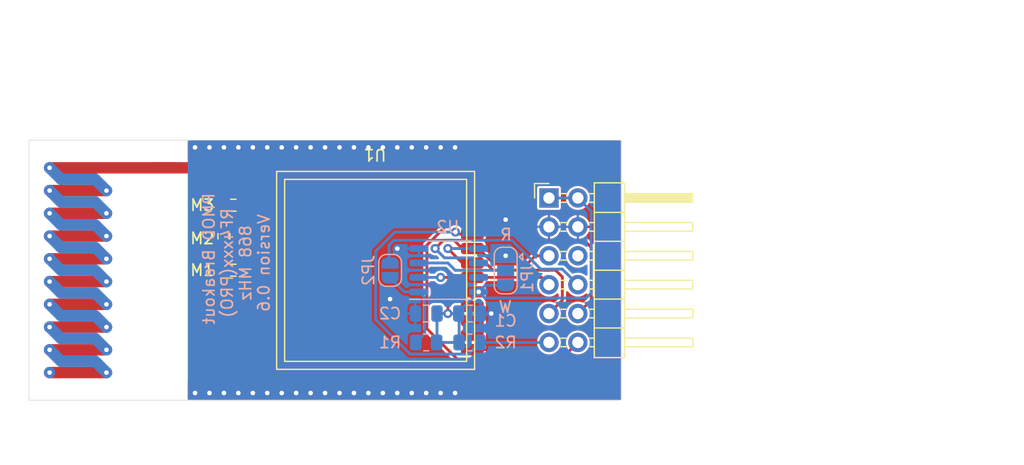
<source format=kicad_pcb>
(kicad_pcb (version 20221018) (generator pcbnew)
  (layers (0 "F.Cu" signal) (31 "B.Cu" signal) (34 "B.Paste" user) (35 "F.Paste" user) (36 "B.SilkS" user "B.Silkscreen") (37 "F.SilkS" user "F.Silkscreen") (38 "B.Mask" user) (39 "F.Mask" user) (44 "Edge.Cuts" user))
  (net 0 "")
  (net 1 "GND")
  (net 2 "nRESET")
  (net 3 "nCS")
  (net 4 "SCK")
  (net 5 "MOSI")
  (net 6 "MISO")
  (net 7 "VCC")
  (net 9 "Net-(AE1-A)")
  (net 12 "IRQ")
  (net 14 "Net-(U1-ANT)")
  (net 15 "Net-(JP1-C)")
  (net 16 "nCS2")
  (net 18 "nCS_Flash")
  (footprint "Connector_PinHeader_2.54mm:PinHeader_2x06_P2.54mm_Horizontal" (layer "F.Cu") (at 149.86 43.18)
    (fp_text reference "J1" hide)
    (fp_text value "Conn_02x06_Odd_Even")
    (fp_line (start -1.27 -1.27) (end 0 -1.27) (stroke (width 0.12)) (layer "F.SilkS"))
    (fp_line (start -1.27 0) (end -1.27 -1.27) (stroke (width 0.12)) (layer "F.SilkS"))
    (fp_line (start 1.042929 2.16) (end 1.497071 2.16) (stroke (width 0.12)) (layer "F.SilkS"))
    (fp_line (start 1.042929 2.92) (end 1.497071 2.92) (stroke (width 0.12)) (layer "F.SilkS"))
    (fp_line (start 1.042929 4.7) (end 1.497071 4.7) (stroke (width 0.12)) (layer "F.SilkS"))
    (fp_line (start 1.042929 5.46) (end 1.497071 5.46) (stroke (width 0.12)) (layer "F.SilkS"))
    (fp_line (start 1.042929 7.24) (end 1.497071 7.24) (stroke (width 0.12)) (layer "F.SilkS"))
    (fp_line (start 1.042929 8) (end 1.497071 8) (stroke (width 0.12)) (layer "F.SilkS"))
    (fp_line (start 1.042929 9.78) (end 1.497071 9.78) (stroke (width 0.12)) (layer "F.SilkS"))
    (fp_line (start 1.042929 10.54) (end 1.497071 10.54) (stroke (width 0.12)) (layer "F.SilkS"))
    (fp_line (start 1.042929 12.32) (end 1.497071 12.32) (stroke (width 0.12)) (layer "F.SilkS"))
    (fp_line (start 1.042929 13.08) (end 1.497071 13.08) (stroke (width 0.12)) (layer "F.SilkS"))
    (fp_line (start 1.11 -0.38) (end 1.497071 -0.38) (stroke (width 0.12)) (layer "F.SilkS"))
    (fp_line (start 1.11 0.38) (end 1.497071 0.38) (stroke (width 0.12)) (layer "F.SilkS"))
    (fp_line (start 3.582929 -0.38) (end 3.98 -0.38) (stroke (width 0.12)) (layer "F.SilkS"))
    (fp_line (start 3.582929 0.38) (end 3.98 0.38) (stroke (width 0.12)) (layer "F.SilkS"))
    (fp_line (start 3.582929 2.16) (end 3.98 2.16) (stroke (width 0.12)) (layer "F.SilkS"))
    (fp_line (start 3.582929 2.92) (end 3.98 2.92) (stroke (width 0.12)) (layer "F.SilkS"))
    (fp_line (start 3.582929 4.7) (end 3.98 4.7) (stroke (width 0.12)) (layer "F.SilkS"))
    (fp_line (start 3.582929 5.46) (end 3.98 5.46) (stroke (width 0.12)) (layer "F.SilkS"))
    (fp_line (start 3.582929 7.24) (end 3.98 7.24) (stroke (width 0.12)) (layer "F.SilkS"))
    (fp_line (start 3.582929 8) (end 3.98 8) (stroke (width 0.12)) (layer "F.SilkS"))
    (fp_line (start 3.582929 9.78) (end 3.98 9.78) (stroke (width 0.12)) (layer "F.SilkS"))
    (fp_line (start 3.582929 10.54) (end 3.98 10.54) (stroke (width 0.12)) (layer "F.SilkS"))
    (fp_line (start 3.582929 12.32) (end 3.98 12.32) (stroke (width 0.12)) (layer "F.SilkS"))
    (fp_line (start 3.582929 13.08) (end 3.98 13.08) (stroke (width 0.12)) (layer "F.SilkS"))
    (fp_line (start 3.98 -1.33) (end 3.98 14.03) (stroke (width 0.12)) (layer "F.SilkS"))
    (fp_line (start 3.98 1.27) (end 6.64 1.27) (stroke (width 0.12)) (layer "F.SilkS"))
    (fp_line (start 3.98 3.81) (end 6.64 3.81) (stroke (width 0.12)) (layer "F.SilkS"))
    (fp_line (start 3.98 6.35) (end 6.64 6.35) (stroke (width 0.12)) (layer "F.SilkS"))
    (fp_line (start 3.98 8.89) (end 6.64 8.89) (stroke (width 0.12)) (layer "F.SilkS"))
    (fp_line (start 3.98 11.43) (end 6.64 11.43) (stroke (width 0.12)) (layer "F.SilkS"))
    (fp_line (start 3.98 14.03) (end 6.64 14.03) (stroke (width 0.12)) (layer "F.SilkS"))
    (fp_line (start 6.64 -1.33) (end 3.98 -1.33) (stroke (width 0.12)) (layer "F.SilkS"))
    (fp_line (start 6.64 -0.38) (end 12.64 -0.38) (stroke (width 0.12)) (layer "F.SilkS"))
    (fp_line (start 6.64 -0.32) (end 12.64 -0.32) (stroke (width 0.12)) (layer "F.SilkS"))
    (fp_line (start 6.64 -0.2) (end 12.64 -0.2) (stroke (width 0.12)) (layer "F.SilkS"))
    (fp_line (start 6.64 -0.08) (end 12.64 -0.08) (stroke (width 0.12)) (layer "F.SilkS"))
    (fp_line (start 6.64 0.04) (end 12.64 0.04) (stroke (width 0.12)) (layer "F.SilkS"))
    (fp_line (start 6.64 0.16) (end 12.64 0.16) (stroke (width 0.12)) (layer "F.SilkS"))
    (fp_line (start 6.64 0.28) (end 12.64 0.28) (stroke (width 0.12)) (layer "F.SilkS"))
    (fp_line (start 6.64 2.16) (end 12.64 2.16) (stroke (width 0.12)) (layer "F.SilkS"))
    (fp_line (start 6.64 4.7) (end 12.64 4.7) (stroke (width 0.12)) (layer "F.SilkS"))
    (fp_line (start 6.64 7.24) (end 12.64 7.24) (stroke (width 0.12)) (layer "F.SilkS"))
    (fp_line (start 6.64 9.78) (end 12.64 9.78) (stroke (width 0.12)) (layer "F.SilkS"))
    (fp_line (start 6.64 12.32) (end 12.64 12.32) (stroke (width 0.12)) (layer "F.SilkS"))
    (fp_line (start 6.64 14.03) (end 6.64 -1.33) (stroke (width 0.12)) (layer "F.SilkS"))
    (fp_line (start 12.64 -0.38) (end 12.64 0.38) (stroke (width 0.12)) (layer "F.SilkS"))
    (fp_line (start 12.64 0.38) (end 6.64 0.38) (stroke (width 0.12)) (layer "F.SilkS"))
    (fp_line (start 12.64 2.16) (end 12.64 2.92) (stroke (width 0.12)) (layer "F.SilkS"))
    (fp_line (start 12.64 2.92) (end 6.64 2.92) (stroke (width 0.12)) (layer "F.SilkS"))
    (fp_line (start 12.64 4.7) (end 12.64 5.46) (stroke (width 0.12)) (layer "F.SilkS"))
    (fp_line (start 12.64 5.46) (end 6.64 5.46) (stroke (width 0.12)) (layer "F.SilkS"))
    (fp_line (start 12.64 7.24) (end 12.64 8) (stroke (width 0.12)) (layer "F.SilkS"))
    (fp_line (start 12.64 8) (end 6.64 8) (stroke (width 0.12)) (layer "F.SilkS"))
    (fp_line (start 12.64 9.78) (end 12.64 10.54) (stroke (width 0.12)) (layer "F.SilkS"))
    (fp_line (start 12.64 10.54) (end 6.64 10.54) (stroke (width 0.12)) (layer "F.SilkS"))
    (fp_line (start 12.64 12.32) (end 12.64 13.08) (stroke (width 0.12)) (layer "F.SilkS"))
    (fp_line (start 12.64 13.08) (end 6.64 13.08) (stroke (width 0.12)) (layer "F.SilkS"))
    (pad "1" thru_hole rect (at 0 0) (size 1.7 1.7) (drill 1) (layers "*.Cu" "*.Mask") (net 7 "VCC"))
    (pad "2" thru_hole oval (at 2.54 0) (size 1.7 1.7) (drill 1) (layers "*.Cu" "*.Mask") (net 7 "VCC"))
    (pad "3" thru_hole oval (at 0 2.54) (size 1.7 1.7) (drill 1) (layers "*.Cu" "*.Mask") (net 1 "GND"))
    (pad "4" thru_hole oval (at 2.54 2.54) (size 1.7 1.7) (drill 1) (layers "*.Cu" "*.Mask") (net 1 "GND"))
    (pad "5" thru_hole oval (at 0 5.08) (size 1.7 1.7) (drill 1) (layers "*.Cu" "*.Mask") (net 4 "SCK"))
    (pad "6" thru_hole oval (at 2.54 5.08) (size 1.7 1.7) (drill 1) (layers "*.Cu" "*.Mask"))
    (pad "7" thru_hole oval (at 0 7.62) (size 1.7 1.7) (drill 1) (layers "*.Cu" "*.Mask") (net 6 "MISO"))
    (pad "8" thru_hole oval (at 2.54 7.62) (size 1.7 1.7) (drill 1) (layers "*.Cu" "*.Mask") (net 16 "nCS2"))
    (pad "9" thru_hole oval (at 0 10.16) (size 1.7 1.7) (drill 1) (layers "*.Cu" "*.Mask") (net 5 "MOSI"))
    (pad "10" thru_hole oval (at 2.54 10.16) (size 1.7 1.7) (drill 1) (layers "*.Cu" "*.Mask") (net 2 "nRESET"))
    (pad "11" thru_hole oval (at 0 12.7) (size 1.7 1.7) (drill 1) (layers "*.Cu" "*.Mask") (net 3 "nCS"))
    (pad "12" thru_hole oval (at 2.54 12.7) (size 1.7 1.7) (drill 1) (layers "*.Cu" "*.Mask") (net 12 "IRQ"))
  )
  (footprint "AvS_Modules:RF4xxx" (layer "F.Cu") (at 134.62 49.545 180)
    (fp_text reference "U1" (at 0.0635 10.16 180 unlocked) (layer "F.SilkS"))
    (fp_text value "AS4432-SMD")
    (fp_rect (start -8.7 -8.7) (end 8.7 8.7) (stroke (width 0.12)) (fill none) (layer "F.SilkS"))
    (fp_rect (start -8 -8) (end 8 8) (stroke (width 0.12)) (fill none) (layer "F.SilkS"))
    (pad "1" smd roundrect (at -8.5 -6.97 180) (size 2 1) (layers "F.Cu" "F.Paste" "F.Mask") (net 1 "GND"))
    (pad "2" smd roundrect (at -8.5 -5.7 180) (size 2 1) (layers "F.Cu" "F.Paste" "F.Mask"))
    (pad "3" smd roundrect (at -8.5 -4.43 180) (size 2 1) (layers "F.Cu" "F.Paste" "F.Mask"))
    (pad "4" smd roundrect (at -8.5 -3.16 180) (size 2 1) (layers "F.Cu" "F.Paste" "F.Mask"))
    (pad "5" smd roundrect (at -8.5 -1.89 180) (size 2 1) (layers "F.Cu" "F.Paste" "F.Mask") (net 7 "VCC"))
    (pad "6" smd roundrect (at -8.5 -0.62 180) (size 2 1) (layers "F.Cu" "F.Paste" "F.Mask") (net 6 "MISO"))
    (pad "7" smd roundrect (at -8.5 0.65 180) (size 2 1) (layers "F.Cu" "F.Paste" "F.Mask") (net 5 "MOSI"))
    (pad "8" smd roundrect (at -8.5 1.92 180) (size 2 1) (layers "F.Cu" "F.Paste" "F.Mask") (net 4 "SCK"))
    (pad "9" smd roundrect (at -8.5 3.19 180) (size 2 1) (layers "F.Cu" "F.Paste" "F.Mask") (net 3 "nCS"))
    (pad "10" smd roundrect (at -8.5 4.46 180) (size 2 1) (layers "F.Cu" "F.Paste" "F.Mask") (net 12 "IRQ"))
    (pad "11" smd roundrect (at -8.5 5.73 180) (size 2 1) (layers "F.Cu" "F.Paste" "F.Mask") (net 2 "nRESET"))
    (pad "12" smd roundrect (at -8.5 7 180) (size 2 1) (layers "F.Cu" "F.Paste" "F.Mask") (net 1 "GND"))
    (pad "13" smd roundrect (at 8.5 -5.89 180) (size 2 1) (layers "F.Cu" "F.Paste" "F.Mask") (net 1 "GND"))
    (pad "14" smd roundrect (at 8.5 -7.39 180) (size 2 1) (layers "F.Cu" "F.Paste" "F.Mask") (net 14 "Net-(U1-ANT)"))
  )
  (footprint "Resistor_SMD:R_0603_1608Metric" (layer "F.Cu") (at 122.11 49.53)
    (fp_text reference "M1" (at -2.73 0) (layer "F.SilkS"))
    (fp_text value "DNP")
    (fp_line (start -0.237258 -0.5225) (end 0.237258 -0.5225) (stroke (width 0.12)) (layer "F.SilkS"))
    (fp_line (start -0.237258 0.5225) (end 0.237258 0.5225) (stroke (width 0.12)) (layer "F.SilkS"))
    (pad "1" smd roundrect (at -0.825 0) (size 0.8 0.95) (layers "F.Cu" "F.Paste" "F.Mask") (net 14 "Net-(U1-ANT)"))
    (pad "2" smd roundrect (at 0.825 0) (size 0.8 0.95) (layers "F.Cu" "F.Paste" "F.Mask") (net 1 "GND"))
  )
  (footprint "Resistor_SMD:R_0603_1608Metric" (layer "F.Cu") (at 122.11 43.815)
    (fp_text reference "M3" (at -2.73 0) (layer "F.SilkS"))
    (fp_text value "12 nH")
    (fp_line (start -0.237258 -0.5225) (end 0.237258 -0.5225) (stroke (width 0.12)) (layer "F.SilkS"))
    (fp_line (start -0.237258 0.5225) (end 0.237258 0.5225) (stroke (width 0.12)) (layer "F.SilkS"))
    (pad "1" smd roundrect (at -0.825 0) (size 0.8 0.95) (layers "F.Cu" "F.Paste" "F.Mask") (net 9 "Net-(AE1-A)"))
    (pad "2" smd roundrect (at 0.825 0) (size 0.8 0.95) (layers "F.Cu" "F.Paste" "F.Mask") (net 1 "GND"))
  )
  (footprint "AvS_Antenna:Texas_SWRA416_868MHz_915MHz_Right" (layer "F.Cu") (at 111.76 49.53 90)
    (fp_text reference "AE1" hide)
    (fp_text value "Antenna")
    (fp_line (start -9 -5.8) (end -9 -0.8) (stroke (width 1)) (layer "F.Cu"))
    (fp_line (start -7 -5.8) (end -7 -0.8) (stroke (width 1)) (layer "F.Cu"))
    (fp_line (start -5 -5.8) (end -5 -0.8) (stroke (width 1)) (layer "F.Cu"))
    (fp_line (start -3 -5.8) (end -3 -0.8) (stroke (width 1)) (layer "F.Cu"))
    (fp_line (start -1 -5.8) (end -1 -0.8) (stroke (width 1)) (layer "F.Cu"))
    (fp_line (start 1 -5.8) (end 1 -0.8) (stroke (width 1)) (layer "F.Cu"))
    (fp_line (start 3 -5.8) (end 3 -0.8) (stroke (width 1)) (layer "F.Cu"))
    (fp_line (start 5 -5.8) (end 5 -0.8) (stroke (width 1)) (layer "F.Cu"))
    (fp_line (start 7 -5.8) (end 7 -0.8) (stroke (width 1)) (layer "F.Cu"))
    (fp_line (start 9 5.2) (end 9 -5.8) (stroke (width 1)) (layer "F.Cu"))
    (fp_line (start -8 -4.8) (end -8 -1.8) (stroke (width 1)) (layer "B.Cu"))
    (fp_line (start -8 -1.8) (end -9 -0.8) (stroke (width 1)) (layer "B.Cu"))
    (fp_line (start -7 -5.8) (end -8 -4.8) (stroke (width 1)) (layer "B.Cu"))
    (fp_line (start -6 -4.8) (end -6 -1.8) (stroke (width 1)) (layer "B.Cu"))
    (fp_line (start -6 -1.8) (end -7 -0.8) (stroke (width 1)) (layer "B.Cu"))
    (fp_line (start -5 -5.8) (end -6 -4.8) (stroke (width 1)) (layer "B.Cu"))
    (fp_line (start -4 -4.8) (end -4 -1.8) (stroke (width 1)) (layer "B.Cu"))
    (fp_line (start -4 -1.8) (end -5 -0.8) (stroke (width 1)) (layer "B.Cu"))
    (fp_line (start -3 -5.8) (end -4 -4.8) (stroke (width 1)) (layer "B.Cu"))
    (fp_line (start -2 -4.8) (end -2 -1.8) (stroke (width 1)) (layer "B.Cu"))
    (fp_line (start -2 -1.8) (end -3 -0.8) (stroke (width 1)) (layer "B.Cu"))
    (fp_line (start -1 -5.8) (end -2 -4.8) (stroke (width 1)) (layer "B.Cu"))
    (fp_line (start 0 -4.8) (end 0 -1.8) (stroke (width 1)) (layer "B.Cu"))
    (fp_line (start 0 -1.8) (end -1 -0.8) (stroke (width 1)) (layer "B.Cu"))
    (fp_line (start 1 -5.8) (end 0 -4.8) (stroke (width 1)) (layer "B.Cu"))
    (fp_line (start 2 -4.8) (end 2 -1.8) (stroke (width 1)) (layer "B.Cu"))
    (fp_line (start 2 -1.8) (end 1 -0.8) (stroke (width 1)) (layer "B.Cu"))
    (fp_line (start 3 -5.8) (end 2 -4.8) (stroke (width 1)) (layer "B.Cu"))
    (fp_line (start 4 -4.8) (end 4 -1.8) (stroke (width 1)) (layer "B.Cu"))
    (fp_line (start 4 -1.8) (end 3 -0.8) (stroke (width 1)) (layer "B.Cu"))
    (fp_line (start 5 -5.8) (end 4 -4.8) (stroke (width 1)) (layer "B.Cu"))
    (fp_line (start 6 -4.8) (end 6 -1.8) (stroke (width 1)) (layer "B.Cu"))
    (fp_line (start 6 -1.8) (end 5 -0.8) (stroke (width 1)) (layer "B.Cu"))
    (fp_line (start 7 -5.8) (end 6 -4.8) (stroke (width 1)) (layer "B.Cu"))
    (fp_line (start 8 -4.8) (end 8 -1.8) (stroke (width 1)) (layer "B.Cu"))
    (fp_line (start 8 -1.8) (end 7 -0.8) (stroke (width 1)) (layer "B.Cu"))
    (fp_line (start 9 -5.8) (end 8 -4.8) (stroke (width 1)) (layer "B.Cu"))
    (pad "" thru_hole circle (at -9 -5.8 270) (size 1 1) (drill 0.4) (layers "*.Cu"))
    (pad "" thru_hole circle (at -9 -0.8 270) (size 1 1) (drill 0.4) (layers "*.Cu"))
    (pad "" thru_hole circle (at -7 -5.8 270) (size 1 1) (drill 0.4) (layers "*.Cu"))
    (pad "" thru_hole circle (at -7 -0.8 270) (size 1 1) (drill 0.4) (layers "*.Cu"))
    (pad "" thru_hole circle (at -5 -5.8 270) (size 1 1) (drill 0.4) (layers "*.Cu"))
    (pad "" thru_hole circle (at -5 -0.8 270) (size 1 1) (drill 0.4) (layers "*.Cu"))
    (pad "" thru_hole circle (at -3 -5.8 270) (size 1 1) (drill 0.4) (layers "*.Cu"))
    (pad "" thru_hole circle (at -3 -0.8 270) (size 1 1) (drill 0.4) (layers "*.Cu"))
    (pad "" thru_hole circle (at -1 -5.8 270) (size 1 1) (drill 0.4) (layers "*.Cu"))
    (pad "" thru_hole circle (at -1 -0.8 270) (size 1 1) (drill 0.4) (layers "*.Cu"))
    (pad "" thru_hole circle (at 1 -5.8 270) (size 1 1) (drill 0.4) (layers "*.Cu"))
    (pad "" thru_hole circle (at 1 -0.8 270) (size 1 1) (drill 0.4) (layers "*.Cu"))
    (pad "" thru_hole circle (at 3 -5.8 270) (size 1 1) (drill 0.4) (layers "*.Cu"))
    (pad "" thru_hole circle (at 3 -0.8 270) (size 1 1) (drill 0.4) (layers "*.Cu"))
    (pad "" thru_hole circle (at 5 -5.8 270) (size 1 1) (drill 0.4) (layers "*.Cu"))
    (pad "" thru_hole circle (at 5 -0.8 270) (size 1 1) (drill 0.4) (layers "*.Cu"))
    (pad "" thru_hole circle (at 7 -5.8 270) (size 1 1) (drill 0.4) (layers "*.Cu"))
    (pad "" thru_hole circle (at 7 -0.8 270) (size 1 1) (drill 0.4) (layers "*.Cu"))
    (pad "" thru_hole circle (at 9 -5.8 270) (size 1 1) (drill 0.4) (layers "*.Cu"))
    (pad "1" smd trapezoid (at 9 5.9 270) (size 0.4 0.8) (rect_delta 0 0.3) (layers "F.Cu") (net 9 "Net-(AE1-A)"))
    (zone (net 0) (net_name "") (layer "F.Cu") (connect_pads (clearance 0)) (min_thickness 0.254)
      (keepout (tracks allowed) (vias allowed) (pads allowed) (copperpour not_allowed) (footprints not_allowed))
      (fill (thermal_gap 0.508) (thermal_bridge_width 0.508))
      (polygon (pts (xy 106.06 59.23) (xy 106.06 39.83) (xy 118.26 39.83) (xy 118.26 59.23)))
    )
  )
  (footprint "Resistor_SMD:R_0603_1608Metric" (layer "F.Cu") (at 121.285 46.545 90)
    (fp_text reference "M2" (at -0.19 -1.905 180) (layer "F.SilkS"))
    (fp_text value "1 pF")
    (fp_line (start -0.237258 -0.5225) (end 0.237258 -0.5225) (stroke (width 0.12)) (layer "F.SilkS"))
    (fp_line (start -0.237258 0.5225) (end 0.237258 0.5225) (stroke (width 0.12)) (layer "F.SilkS"))
    (pad "1" smd roundrect (at -0.825 0 90) (size 0.8 0.95) (layers "F.Cu" "F.Paste" "F.Mask") (net 14 "Net-(U1-ANT)"))
    (pad "2" smd roundrect (at 0.825 0 90) (size 0.8 0.95) (layers "F.Cu" "F.Paste" "F.Mask") (net 9 "Net-(AE1-A)"))
  )
  (footprint "Capacitor_SMD:C_0805_2012Metric" (layer "B.Cu") (at 142.875 53.34)
    (fp_text reference "C1" (at 3.175 0.635 180) (layer "B.SilkS") (effects (justify mirror)))
    (fp_text value "C_Small")
    (fp_line (start -0.261252 -0.735) (end 0.261252 -0.735) (stroke (width 0.12)) (layer "B.SilkS"))
    (fp_line (start -0.261252 0.735) (end 0.261252 0.735) (stroke (width 0.12)) (layer "B.SilkS"))
    (pad "1" smd roundrect (at -0.95 0) (size 1 1.45) (layers "B.Cu" "B.Paste" "B.Mask") (net 7 "VCC"))
    (pad "2" smd roundrect (at 0.95 0) (size 1 1.45) (layers "B.Cu" "B.Paste" "B.Mask") (net 1 "GND"))
  )
  (footprint "Resistor_SMD:R_0805_2012Metric" (layer "B.Cu") (at 142.875 55.88)
    (fp_text reference "R2" (at 3.175 0) (layer "B.SilkS") (effects (justify mirror)))
    (fp_text value "R_Small")
    (fp_line (start -0.227064 -0.735) (end 0.227064 -0.735) (stroke (width 0.12)) (layer "B.SilkS"))
    (fp_line (start -0.227064 0.735) (end 0.227064 0.735) (stroke (width 0.12)) (layer "B.SilkS"))
    (pad "1" smd roundrect (at -0.9125 0) (size 1.025 1.4) (layers "B.Cu" "B.Paste" "B.Mask") (roundrect_rratio 0.243902439) (net 7 "VCC"))
    (pad "2" smd roundrect (at 0.9125 0) (size 1.025 1.4) (layers "B.Cu" "B.Paste" "B.Mask") (roundrect_rratio 0.243902439) (net 3 "nCS"))
  )
  (footprint "Jumper:SolderJumper-3_P1.3mm_Open_RoundedPad1.0x1.5mm" (layer "B.Cu") (at 146.05 49.56 -90)
    (fp_text reference "JP1" (at 0.605 -1.905 90) (layer "B.SilkS") (effects (justify mirror)))
    (fp_text value "SolderJumper_3_Open")
    (fp_line (start -2.05 -0.3) (end -2.05 0.3) (stroke (width 0.12)) (layer "B.SilkS"))
    (fp_line (start -1.5 -1.5) (end -0.9 -1.5) (stroke (width 0.12)) (layer "B.SilkS"))
    (fp_line (start -1.4 1) (end 1.4 1) (stroke (width 0.12)) (layer "B.SilkS"))
    (fp_line (start -1.2 -1.2) (end -1.5 -1.5) (stroke (width 0.12)) (layer "B.SilkS"))
    (fp_line (start -1.2 -1.2) (end -0.9 -1.5) (stroke (width 0.12)) (layer "B.SilkS"))
    (fp_line (start 1.4 -1) (end -1.4 -1) (stroke (width 0.12)) (layer "B.SilkS"))
    (fp_line (start 2.05 0.3) (end 2.05 -0.3) (stroke (width 0.12)) (layer "B.SilkS"))
    (fp_arc (start -2.05 -0.3) (mid -1.844975 -0.794975) (end -1.35 -1) (stroke (width 0.12)) (layer "B.SilkS"))
    (fp_arc (start -1.35 1) (mid -1.844975 0.794975) (end -2.05 0.3) (stroke (width 0.12)) (layer "B.SilkS"))
    (fp_arc (start 1.35 -1) (mid 1.844975 -0.794975) (end 2.05 -0.3) (stroke (width 0.12)) (layer "B.SilkS"))
    (fp_arc (start 2.05 0.3) (mid 1.844975 0.794975) (end 1.35 1) (stroke (width 0.12)) (layer "B.SilkS"))
    (pad "1" smd custom (at -1.3 0 270) (size 1 0.5) (layers "B.Cu" "B.Mask") (net 1 "GND") (options (clearance outline) (anchor rect)) (primitives (gr_circle (center 0 -0.25) (end 0.5 -0.25) (width 0) (fill yes)) (gr_circle (center 0 0.25) (end 0.5 0.25) (width 0) (fill yes)) (gr_poly (pts (xy 0.55 -0.75) (xy 0 -0.75) (xy 0 0.75) (xy 0.55 0.75)) (width 0) (fill yes))))
    (pad "2" smd rect (at 0 0 270) (size 1 1.5) (layers "B.Cu" "B.Mask") (net 15 "Net-(JP1-C)"))
    (pad "3" smd custom (at 1.3 0 270) (size 1 0.5) (layers "B.Cu" "B.Mask") (net 7 "VCC") (options (clearance outline) (anchor rect)) (primitives (gr_circle (center 0 -0.25) (end 0.5 -0.25) (width 0) (fill yes)) (gr_circle (center 0 0.25) (end 0.5 0.25) (width 0) (fill yes)) (gr_poly (pts (xy 0 -0.75) (xy -0.55 -0.75) (xy -0.55 0.75) (xy 0 0.75)) (width 0) (fill yes))))
  )
  (footprint "Capacitor_SMD:C_0805_2012Metric" (layer "B.Cu") (at 139.065 53.34 180)
    (fp_text reference "C2" (at 3.175 0) (layer "B.SilkS") (effects (justify mirror)))
    (fp_text value "C_Small")
    (fp_line (start -0.261252 -0.735) (end 0.261252 -0.735) (stroke (width 0.12)) (layer "B.SilkS"))
    (fp_line (start -0.261252 0.735) (end 0.261252 0.735) (stroke (width 0.12)) (layer "B.SilkS"))
    (pad "1" smd roundrect (at -0.95 0 180) (size 1 1.45) (layers "B.Cu" "B.Paste" "B.Mask") (net 7 "VCC"))
    (pad "2" smd roundrect (at 0.95 0 180) (size 1 1.45) (layers "B.Cu" "B.Paste" "B.Mask") (net 1 "GND"))
  )
  (footprint "Jumper:SolderJumper-2_P1.3mm_Open_RoundedPad1.0x1.5mm" (layer "B.Cu") (at 135.89 49.545 90)
    (fp_text reference "JP2" (at 0 -1.905 90) (layer "B.SilkS") (effects (justify mirror)))
    (fp_text value "Jumper_2_Open")
    (fp_line (start -1.4 -0.3) (end -1.4 0.3) (stroke (width 0.12)) (layer "B.SilkS"))
    (fp_line (start -0.7 1) (end 0.7 1) (stroke (width 0.12)) (layer "B.SilkS"))
    (fp_line (start 0.7 -1) (end -0.7 -1) (stroke (width 0.12)) (layer "B.SilkS"))
    (fp_line (start 1.4 0.3) (end 1.4 -0.3) (stroke (width 0.12)) (layer "B.SilkS"))
    (fp_arc (start -1.4 -0.3) (mid -1.194975 -0.794975) (end -0.7 -1) (stroke (width 0.12)) (layer "B.SilkS"))
    (fp_arc (start -0.7 1) (mid -1.194975 0.794975) (end -1.4 0.3) (stroke (width 0.12)) (layer "B.SilkS"))
    (fp_arc (start 0.7 -1) (mid 1.194975 -0.794975) (end 1.4 -0.3) (stroke (width 0.12)) (layer "B.SilkS"))
    (fp_arc (start 1.4 0.3) (mid 1.194975 0.794975) (end 0.7 1) (stroke (width 0.12)) (layer "B.SilkS"))
    (pad "1" smd custom (at -0.65 0 90) (size 1 0.5) (layers "B.Cu" "B.Mask") (net 18 "nCS_Flash") (options (clearance outline) (anchor rect)) (primitives (gr_circle (center 0 -0.25) (end 0.5 -0.25) (width 0) (fill yes)) (gr_circle (center 0 0.25) (end 0.5 0.25) (width 0) (fill yes)) (gr_poly (pts (xy 0.5 -0.75) (xy 0 -0.75) (xy 0 0.75) (xy 0.5 0.75)) (width 0) (fill yes))))
    (pad "2" smd custom (at 0.65 0 90) (size 1 0.5) (layers "B.Cu" "B.Mask") (net 16 "nCS2") (options (clearance outline) (anchor rect)) (primitives (gr_circle (center 0 -0.25) (end 0.5 -0.25) (width 0) (fill yes)) (gr_circle (center 0 0.25) (end 0.5 0.25) (width 0) (fill yes)) (gr_poly (pts (xy 0 -0.75) (xy -0.5 -0.75) (xy -0.5 0.75) (xy 0 0.75)) (width 0) (fill yes))))
  )
  (footprint "Package_SO:SOP-8_3.9x4.9mm_P1.27mm" (layer "B.Cu") (at 141.055 49.53)
    (fp_text reference "U2" (at -0.085 -3.81) (layer "B.SilkS") (effects (justify mirror)))
    (fp_text value "SPI FLASH")
    (fp_line (start 0 -2.56) (end -1.95 -2.56) (stroke (width 0.12)) (layer "B.SilkS"))
    (fp_line (start 0 -2.56) (end 1.95 -2.56) (stroke (width 0.12)) (layer "B.SilkS"))
    (fp_line (start 0 2.56) (end -3.45 2.56) (stroke (width 0.12)) (layer "B.SilkS"))
    (fp_line (start 0 2.56) (end 1.95 2.56) (stroke (width 0.12)) (layer "B.SilkS"))
    (pad "1" smd roundrect (at -2.625 1.905) (size 1.65 0.6) (layers "B.Cu" "B.Paste" "B.Mask") (net 18 "nCS_Flash"))
    (pad "2" smd roundrect (at -2.625 0.635) (size 1.65 0.6) (layers "B.Cu" "B.Paste" "B.Mask") (net 6 "MISO"))
    (pad "3" smd roundrect (at -2.625 -0.635) (size 1.65 0.6) (layers "B.Cu" "B.Paste" "B.Mask") (net 15 "Net-(JP1-C)"))
    (pad "4" smd roundrect (at -2.625 -1.905) (size 1.65 0.6) (layers "B.Cu" "B.Paste" "B.Mask") (net 1 "GND"))
    (pad "5" smd roundrect (at 2.625 -1.905) (size 1.65 0.6) (layers "B.Cu" "B.Paste" "B.Mask") (net 5 "MOSI"))
    (pad "6" smd roundrect (at 2.625 -0.635) (size 1.65 0.6) (layers "B.Cu" "B.Paste" "B.Mask") (net 4 "SCK"))
    (pad "7" smd roundrect (at 2.625 0.635) (size 1.65 0.6) (layers "B.Cu" "B.Paste" "B.Mask"))
    (pad "8" smd roundrect (at 2.625 1.905) (size 1.65 0.6) (layers "B.Cu" "B.Paste" "B.Mask") (net 7 "VCC"))
  )
  (footprint "Resistor_SMD:R_0805_2012Metric" (layer "B.Cu") (at 139.065 55.88 180)
    (fp_text reference "R1" (at 3.175 0) (layer "B.SilkS") (effects (justify mirror)))
    (fp_text value "R_Small")
    (fp_line (start -0.227064 -0.735) (end 0.227064 -0.735) (stroke (width 0.12)) (layer "B.SilkS"))
    (fp_line (start -0.227064 0.735) (end 0.227064 0.735) (stroke (width 0.12)) (layer "B.SilkS"))
    (pad "1" smd roundrect (at -0.9125 0 180) (size 1.025 1.4) (layers "B.Cu" "B.Paste" "B.Mask") (roundrect_rratio 0.243902439) (net 7 "VCC"))
    (pad "2" smd roundrect (at 0.9125 0 180) (size 1.025 1.4) (layers "B.Cu" "B.Paste" "B.Mask") (roundrect_rratio 0.243902439) (net 18 "nCS_Flash"))
  )
  (gr_rect (start 104.14 38.1) (end 156.21 60.96) (stroke (width 0.05)) (fill none) (layer "Edge.Cuts"))
  (gr_text "R" (at 146.685 46.99) (layer "B.SilkS") (effects (font (size 1 1)) (justify left bottom mirror)))
  (gr_text "PMOD Breakout \nRF4xxx(PRO)\n868 MHz\nVersion 0.6" (at 119.38 48.895 90) (layer "B.SilkS") (effects (font (size 1 1)) (justify top mirror)))
  (gr_text "W" (at 146.685 53.34) (layer "B.SilkS") (effects (font (size 1 1)) (justify left bottom mirror)))
  (segment (start 144.145 56.515) (end 144.78 56.515) (width 0.25) (layer "F.Cu") (net 1))
  (segment (start 144.78 56.515) (end 144.78 53.34) (width 0.25) (layer "F.Cu") (net 1))
  (segment (start 143.12 56.515) (end 144.145 56.515) (width 0.25) (layer "F.Cu") (net 1))
  (via (at 125.095 60.325) (size 0.8) (drill 0.4) (layers "F.Cu" "B.Cu") (net 1))
  (via (at 146.05 48.26) (size 0.8) (drill 0.4) (layers "F.Cu" "B.Cu") (net 1))
  (via (at 141.605 38.735) (size 0.8) (drill 0.4) (layers "F.Cu" "B.Cu") (net 1))
  (via (at 120.015 38.735) (size 0.8) (drill 0.4) (layers "F.Cu" "B.Cu") (net 1))
  (via (at 128.905 38.735) (size 0.8) (drill 0.4) (layers "F.Cu" "B.Cu") (net 1))
  (via (at 131.445 60.325) (size 0.8) (drill 0.4) (layers "F.Cu" "B.Cu") (net 1))
  (via (at 140.335 60.325) (size 0.8) (drill 0.4) (layers "F.Cu" "B.Cu") (net 1))
  (via (at 123.825 38.735) (size 0.8) (drill 0.4) (layers "F.Cu" "B.Cu") (net 1))
  (via (at 121.285 38.735) (size 0.8) (drill 0.4) (layers "F.Cu" "B.Cu") (net 1))
  (via (at 132.715 38.735) (size 0.8) (drill 0.4) (layers "F.Cu" "B.Cu") (net 1))
  (via (at 133.985 38.735) (size 0.8) (drill 0.4) (layers "F.Cu" "B.Cu") (net 1))
  (via (at 133.985 60.325) (size 0.8) (drill 0.4) (layers "F.Cu" "B.Cu") (net 1))
  (via (at 136.525 60.325) (size 0.8) (drill 0.4) (layers "F.Cu" "B.Cu") (net 1))
  (via (at 121.285 60.325) (size 0.8) (drill 0.4) (layers "F.Cu" "B.Cu") (net 1))
  (via (at 126.365 38.735) (size 0.8) (drill 0.4) (layers "F.Cu" "B.Cu") (net 1))
  (via (at 118.745 60.325) (size 0.8) (drill 0.4) (layers "F.Cu" "B.Cu") (net 1))
  (via (at 130.175 60.325) (size 0.8) (drill 0.4) (layers "F.Cu" "B.Cu") (net 1))
  (via (at 120.015 60.325) (size 0.8) (drill 0.4) (layers "F.Cu" "B.Cu") (net 1))
  (via (at 123.825 60.325) (size 0.8) (drill 0.4) (layers "F.Cu" "B.Cu") (net 1))
  (via (at 135.255 38.735) (size 0.8) (drill 0.4) (layers "F.Cu" "B.Cu") (net 1))
  (via (at 131.445 38.735) (size 0.8) (drill 0.4) (layers "F.Cu" "B.Cu") (net 1))
  (via (at 139.065 38.735) (size 0.8) (drill 0.4) (layers "F.Cu" "B.Cu") (net 1))
  (via (at 122.555 38.735) (size 0.8) (drill 0.4) (layers "F.Cu" "B.Cu") (net 1))
  (via (at 135.89 52.07) (size 0.8) (drill 0.4) (layers "F.Cu" "B.Cu") (net 1))
  (via (at 136.525 38.735) (size 0.8) (drill 0.4) (layers "F.Cu" "B.Cu") (net 1))
  (via (at 118.745 38.735) (size 0.8) (drill 0.4) (layers "F.Cu" "B.Cu") (net 1))
  (via (at 140.335 38.735) (size 0.8) (drill 0.4) (layers "F.Cu" "B.Cu") (net 1))
  (via (at 128.905 60.325) (size 0.8) (drill 0.4) (layers "F.Cu" "B.Cu") (net 1))
  (via (at 130.175 38.735) (size 0.8) (drill 0.4) (layers "F.Cu" "B.Cu") (net 1))
  (via (at 139.065 60.325) (size 0.8) (drill 0.4) (layers "F.Cu" "B.Cu") (net 1))
  (via (at 141.605 60.325) (size 0.8) (drill 0.4) (layers "F.Cu" "B.Cu") (net 1))
  (via (at 144.78 53.34) (size 0.8) (drill 0.4) (layers "F.Cu" "B.Cu") (net 1))
  (via (at 136.525 47.625) (size 0.8) (drill 0.4) (layers "F.Cu" "B.Cu") (net 1))
  (via (at 132.715 60.325) (size 0.8) (drill 0.4) (layers "F.Cu" "B.Cu") (net 1))
  (via (at 137.795 38.735) (size 0.8) (drill 0.4) (layers "F.Cu" "B.Cu") (net 1))
  (via (at 137.795 60.325) (size 0.8) (drill 0.4) (layers "F.Cu" "B.Cu") (net 1))
  (via (at 127.635 60.325) (size 0.8) (drill 0.4) (layers "F.Cu" "B.Cu") (net 1))
  (via (at 125.095 38.735) (size 0.8) (drill 0.4) (layers "F.Cu" "B.Cu") (net 1))
  (via (at 122.555 60.325) (size 0.8) (drill 0.4) (layers "F.Cu" "B.Cu") (net 1))
  (via (at 127.635 38.735) (size 0.8) (drill 0.4) (layers "F.Cu" "B.Cu") (net 1))
  (via (at 126.365 60.325) (size 0.8) (drill 0.4) (layers "F.Cu" "B.Cu") (net 1))
  (via (at 135.255 60.325) (size 0.8) (drill 0.4) (layers "F.Cu" "B.Cu") (net 1))
  (via (at 146.05 45.085) (size 0.8) (drill 0.4) (layers "F.Cu" "B.Cu") (net 1))
  (segment (start 138.43 47.625) (end 136.525 47.625) (width 0.25) (layer "B.Cu") (net 1))
  (segment (start 144.78 53.34) (end 143.825 53.34) (width 0.25) (layer "B.Cu") (net 1))
  (segment (start 149.13 46.895) (end 152.94 46.895) (width 0.25) (layer "F.Cu") (net 2))
  (segment (start 146.05 43.815) (end 149.13 46.895) (width 0.25) (layer "F.Cu") (net 2))
  (segment (start 143.12 43.815) (end 146.05 43.815) (width 0.25) (layer "F.Cu") (net 2))
  (segment (start 153.575 47.53) (end 153.575 52.165) (width 0.25) (layer "F.Cu") (net 2))
  (segment (start 152.94 46.895) (end 153.575 47.53) (width 0.25) (layer "F.Cu") (net 2))
  (segment (start 153.575 52.165) (end 152.4 53.34) (width 0.25) (layer "F.Cu") (net 2))
  (segment (start 141.812544 46.355) (end 141.633044 46.1755) (width 0.25) (layer "F.Cu") (net 3))
  (segment (start 143.12 46.355) (end 141.812544 46.355) (width 0.25) (layer "F.Cu") (net 3))
  (via (at 141.633044 46.1755) (size 0.8) (drill 0.4) (layers "F.Cu" "B.Cu") (net 3))
  (segment (start 137.651827 56.905) (end 142.7625 56.905) (width 0.25) (layer "B.Cu") (net 3))
  (segment (start 141.633044 46.1755) (end 136.312799 46.1755) (width 0.25) (layer "B.Cu") (net 3))
  (segment (start 149.86 55.88) (end 143.7875 55.88) (width 0.25) (layer "B.Cu") (net 3))
  (segment (start 134.62 47.868299) (end 134.62 53.873173) (width 0.25) (layer "B.Cu") (net 3))
  (segment (start 134.62 53.873173) (end 137.651827 56.905) (width 0.25) (layer "B.Cu") (net 3))
  (segment (start 142.7625 56.905) (end 143.7875 55.88) (width 0.25) (layer "B.Cu") (net 3))
  (segment (start 136.312799 46.1755) (end 134.62 47.868299) (width 0.25) (layer "B.Cu") (net 3))
  (segment (start 147.932919 48.985) (end 148.657919 48.26) (width 0.25) (layer "F.Cu") (net 4))
  (segment (start 140.5795 46.9) (end 141.515 46.9) (width 0.25) (layer "F.Cu") (net 4))
  (segment (start 143.663173 47.625) (end 145.023173 48.985) (width 0.25) (layer "F.Cu") (net 4))
  (segment (start 145.023173 48.985) (end 147.932919 48.985) (width 0.25) (layer "F.Cu") (net 4))
  (segment (start 148.657919 48.26) (end 149.86 48.26) (width 0.25) (layer "F.Cu") (net 4))
  (segment (start 139.8545 47.625) (end 140.5795 46.9) (width 0.25) (layer "F.Cu") (net 4))
  (segment (start 143.12 47.625) (end 143.21 47.535) (width 0.25) (layer "F.Cu") (net 4))
  (segment (start 142.24 47.625) (end 143.12 47.625) (width 0.25) (layer "F.Cu") (net 4))
  (segment (start 141.515 46.9) (end 142.24 47.625) (width 0.25) (layer "F.Cu") (net 4))
  (segment (start 143.12 47.625) (end 143.663173 47.625) (width 0.25) (layer "F.Cu") (net 4))
  (via (at 139.8545 47.625) (size 0.8) (drill 0.4) (layers "F.Cu" "B.Cu") (net 4))
  (segment (start 143.68 48.895) (end 143.23 48.445) (width 0.25) (layer "B.Cu") (net 4))
  (segment (start 140.6745 48.445) (end 139.8545 47.625) (width 0.25) (layer "B.Cu") (net 4))
  (segment (start 143.23 48.445) (end 140.6745 48.445) (width 0.25) (layer "B.Cu") (net 4))
  (segment (start 149.86 49.53) (end 150.441701 49.53) (width 0.25) (layer "F.Cu") (net 5))
  (segment (start 144.931777 49.53) (end 149.86 49.53) (width 0.25) (layer "F.Cu") (net 5))
  (segment (start 142.24 48.895) (end 143.12 48.895) (width 0.25) (layer "F.Cu") (net 5))
  (segment (start 140.97 47.625) (end 142.24 48.895) (width 0.25) (layer "F.Cu") (net 5))
  (segment (start 143.12 48.895) (end 143.315851 49.090851) (width 0.25) (layer "F.Cu") (net 5))
  (segment (start 149.468299 49.53) (end 149.86 49.53) (width 0.25) (layer "F.Cu") (net 5))
  (segment (start 151.035 50.123299) (end 151.035 52.165) (width 0.25) (layer "F.Cu") (net 5))
  (segment (start 143.12 48.895) (end 144.296777 48.895) (width 0.25) (layer "F.Cu") (net 5))
  (segment (start 144.296777 48.895) (end 144.931777 49.53) (width 0.25) (layer "F.Cu") (net 5))
  (segment (start 150.441701 49.53) (end 151.035 50.123299) (width 0.25) (layer "F.Cu") (net 5))
  (segment (start 151.035 52.165) (end 149.86 53.34) (width 0.25) (layer "F.Cu") (net 5))
  (via (at 140.97 47.625) (size 0.8) (drill 0.4) (layers "F.Cu" "B.Cu") (net 5))
  (segment (start 143.68 47.625) (end 140.97 47.625) (width 0.25) (layer "B.Cu") (net 5))
  (segment (start 149.225 50.165) (end 149.86 50.8) (width 0.25) (layer "F.Cu") (net 6))
  (segment (start 140.335 50.165) (end 143.12 50.165) (width 0.25) (layer "F.Cu") (net 6))
  (segment (start 143.12 50.165) (end 149.225 50.165) (width 0.25) (layer "F.Cu") (net 6))
  (via (at 140.335 50.165) (size 0.8) (drill 0.4) (layers "F.Cu" "B.Cu") (net 6))
  (segment (start 138.43 50.165) (end 140.335 50.165) (width 0.25) (layer "B.Cu") (net 6))
  (segment (start 140.97 52.07) (end 141.605 51.435) (width 0.25) (layer "F.Cu") (net 7))
  (segment (start 143.12 51.435) (end 143.68 51.435) (width 0.25) (layer "F.Cu") (net 7))
  (segment (start 140.97 53.34) (end 140.97 52.07) (width 0.25) (layer "F.Cu") (net 7))
  (segment (start 141.605 51.435) (end 143.68 51.435) (width 0.25) (layer "F.Cu") (net 7))
  (via (at 140.97 53.34) (size 0.8) (drill 0.4) (layers "F.Cu" "B.Cu") (net 7))
  (via (at 143.68 51.435) (size 0.8) (drill 0.4) (layers "F.Cu" "B.Cu") (net 7))
  (segment (start 143.68 51.435) (end 141.925 53.19) (width 0.25) (layer "B.Cu") (net 7))
  (segment (start 141.925 53.19) (end 141.925 53.34) (width 0.25) (layer "B.Cu") (net 7))
  (segment (start 141.9625 55.88) (end 141.9625 53.3775) (width 0.25) (layer "B.Cu") (net 7))
  (segment (start 140.015 55.8425) (end 139.9775 55.88) (width 0.25) (layer "B.Cu") (net 7))
  (segment (start 141.925 53.34) (end 140.97 53.34) (width 0.25) (layer "B.Cu") (net 7))
  (segment (start 152.4 43.18) (end 153.575 44.355) (width 0.25) (layer "B.Cu") (net 7))
  (segment (start 153.13 51.975) (end 144.22 51.975) (width 0.25) (layer "B.Cu") (net 7))
  (segment (start 139.9775 55.88) (end 141.9625 55.88) (width 0.25) (layer "B.Cu") (net 7))
  (segment (start 153.575 44.355) (end 153.575 51.53) (width 0.25) (layer "B.Cu") (net 7))
  (segment (start 153.575 51.53) (end 153.13 51.975) (width 0.25) (layer "B.Cu") (net 7))
  (segment (start 141.9625 53.3775) (end 141.925 53.34) (width 0.25) (layer "B.Cu") (net 7))
  (segment (start 146.05 50.86) (end 144.255 50.86) (width 0.25) (layer "B.Cu") (net 7))
  (segment (start 140.97 53.34) (end 140.015 53.34) (width 0.25) (layer "B.Cu") (net 7))
  (segment (start 140.015 53.34) (end 140.015 55.8425) (width 0.25) (layer "B.Cu") (net 7))
  (segment (start 152.4 43.18) (end 149.86 43.18) (width 0.25) (layer "B.Cu") (net 7))
  (segment (start 144.22 51.975) (end 143.68 51.435) (width 0.25) (layer "B.Cu") (net 7))
  (segment (start 144.255 50.86) (end 143.68 51.435) (width 0.25) (layer "B.Cu") (net 7))
  (segment (start 121.285 43.815) (end 121.285 45.72) (width 1) (layer "F.Cu") (net 9))
  (segment (start 115 40.53) (end 119.795 40.53) (width 1) (layer "F.Cu") (net 9))
  (segment (start 121.285 41.91) (end 121.285 43.815) (width 1) (layer "F.Cu") (net 9))
  (segment (start 121.285 41.91) (end 120.015 40.64) (width 1) (layer "F.Cu") (net 9))
  (segment (start 150.94 57.34) (end 152.4 55.88) (width 0.25) (layer "F.Cu") (net 12))
  (segment (start 143.12 45.085) (end 141.369195 45.085) (width 0.25) (layer "F.Cu") (net 12))
  (segment (start 139.1295 54.6745) (end 141.795 57.34) (width 0.25) (layer "F.Cu") (net 12))
  (segment (start 141.795 57.34) (end 150.94 57.34) (width 0.25) (layer "F.Cu") (net 12))
  (segment (start 141.369195 45.085) (end 139.1295 47.324695) (width 0.25) (layer "F.Cu") (net 12))
  (segment (start 139.1295 47.324695) (end 139.1295 54.6745) (width 0.25) (layer "F.Cu") (net 12))
  (segment (start 121.285 53.975) (end 121.285 49.53) (width 1) (layer "F.Cu") (net 14))
  (segment (start 121.285 47.37) (end 121.285 49.53) (width 1) (layer "F.Cu") (net 14))
  (segment (start 126.12 56.935) (end 124.245 56.935) (width 1) (layer "F.Cu") (net 14))
  (segment (start 124.245 56.935) (end 121.285 53.975) (width 1) (layer "F.Cu") (net 14))
  (segment (start 140.97 48.895) (end 138.43 48.895) (width 0.25) (layer "B.Cu") (net 15))
  (segment (start 141.615 49.54) (end 140.97 48.895) (width 0.25) (layer "B.Cu") (net 15))
  (segment (start 146.05 49.56) (end 146.03 49.54) (width 0.25) (layer "B.Cu") (net 15))
  (segment (start 146.03 49.54) (end 141.615 49.54) (width 0.25) (layer "B.Cu") (net 15))
  (segment (start 135.89 48.895) (end 135.89 48.668249) (width 0.25) (layer "B.Cu") (net 16))
  (segment (start 136.224695 46.9) (end 135.8 47.324695) (width 0.25) (layer "B.Cu") (net 16))
  (segment (start 135.8 48.805) (end 135.89 48.895) (width 0.25) (layer "B.Cu") (net 16))
  (segment (start 135.8 47.324695) (end 135.8 48.805) (width 0.25) (layer "B.Cu") (net 16))
  (segment (start 149.13 49.435) (end 146.595 46.9) (width 0.25) (layer "B.Cu") (net 16))
  (segment (start 151.035 49.435) (end 149.13 49.435) (width 0.25) (layer "B.Cu") (net 16))
  (segment (start 146.595 46.9) (end 136.224695 46.9) (width 0.25) (layer "B.Cu") (net 16))
  (segment (start 152.4 50.8) (end 151.035 49.435) (width 0.25) (layer "B.Cu") (net 16))
  (segment (start 138.1525 55.88) (end 138.94 55.0925) (width 0.25) (layer "B.Cu") (net 18))
  (segment (start 135.89 50.195) (end 137.13 51.435) (width 0.25) (layer "B.Cu") (net 18))
  (segment (start 138.94 51.945) (end 138.43 51.435) (width 0.25) (layer "B.Cu") (net 18))
  (segment (start 137.13 51.435) (end 138.43 51.435) (width 0.25) (layer "B.Cu") (net 18))
  (segment (start 138.94 55.0925) (end 138.94 51.945) (width 0.25) (layer "B.Cu") (net 18))
  (zone (net 1) (net_name "GND") (layers "F&B.Cu") (connect_pads (clearance 0.2)) (min_thickness 0.2) (fill yes (thermal_gap 0.2) (thermal_bridge_width 0.2))
    (polygon (pts (xy 156.21 60.96) (xy 118.11 60.96) (xy 118.11 38.1) (xy 156.21 38.1)))
  )
)
</source>
